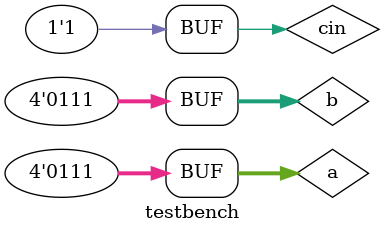
<source format=v>

module half_adder(sum, carry, a, b);
    output sum, carry;
    input a, b;
    
    xor g1 (sum, a, b);
    and g2 (carry, a, b);
endmodule

module full_adder(sum, cout, a, b, cin);
    output sum, cout;
    input a, b, cin;
    
    wire s1, c1, c2;
    
    // First half adder
    xor g1 (s1, a, b);
    and g2 (c1, a, b);
    
    // Second half adder
    xor g3 (sum, s1, cin);
    and g4 (c2, s1, cin);
    
    // Carry out
    or g5 (cout, c1, c2);
endmodule

module ripple_carry_adder_4bit(sum, cout, a, b, cin);
    output [3:0] sum;
    output cout;
    input [3:0] a, b;
    input cin;
    
    wire c1, c2, c3;
    
    // Cascade full adders
    full_adder fa0 (sum[0], c1, a[0], b[0], cin);
    full_adder fa1 (sum[1], c2, a[1], b[1], c1);
    full_adder fa2 (sum[2], c3, a[2], b[2], c2);
    full_adder fa3 (sum[3], cout, a[3], b[3], c3);
endmodule

// Test bench example (for simulation reference)
module testbench;
    reg [3:0] a, b;
    reg cin;
    wire [3:0] sum;
    wire cout;
    
    ripple_carry_adder_4bit adder(sum, cout, a, b, cin);
    
    initial begin
        // Test case 1: 5 + 3 = 8
        a = 4'b0101;
        b = 4'b0011;
        cin = 0;
        
        // Test case 2: 15 + 1 = 16 (overflow)
        #10 a = 4'b1111;
        b = 4'b0001;
        cin = 0;
        
        // Test case 3: 7 + 7 + 1 = 15
        #10 a = 4'b0111;
        b = 4'b0111;
        cin = 1;
    end
endmodule
</source>
